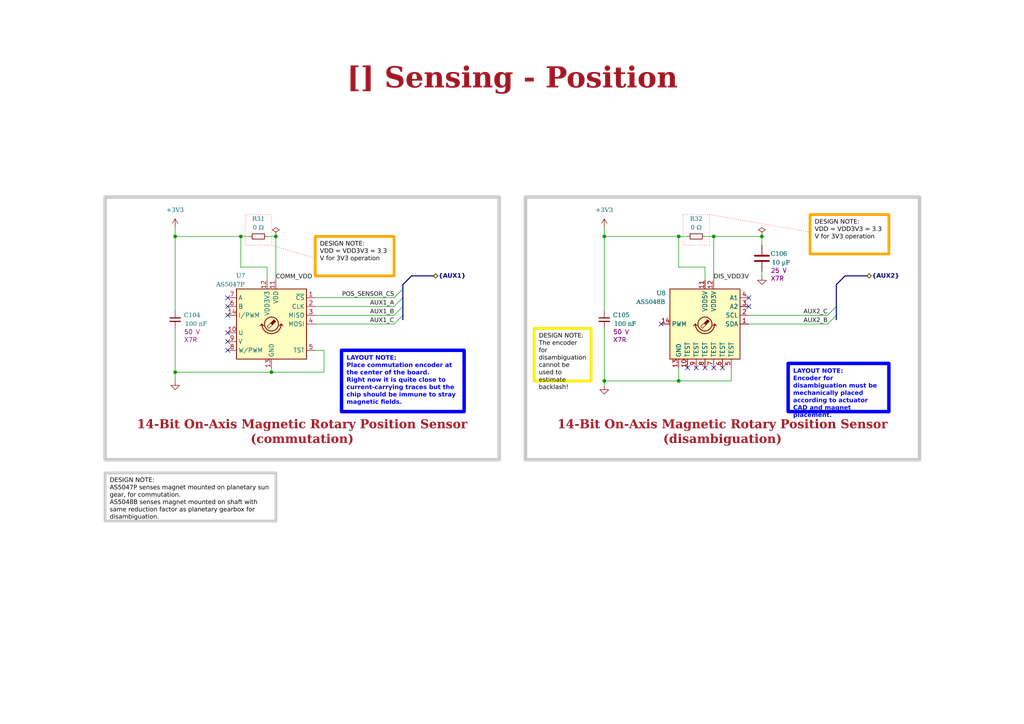
<source format=kicad_sch>
(kicad_sch (version 20231120) (generator "eeschema") (generator_version "8.0")
  (paper "A4")
  (title_block (title "Sensing - Position") (date "2023-10-14") (rev "${REVISION}") (company "${COMPANY}"))
  (lib_symbols
    (symbol "0_sensor:AS5047P"
      (property "Reference" "U" (at -8.89 11.43 0))
      (property "Value" "AS5047P" (at 5.08 11.43 0))
      (symbol "AS5047P_1_1"
        (rectangle (start -10.16 10.16) (end 10.16 -10.16) (stroke (width 0.254)) (fill (type background)))
        (arc (start -2.794 0) (mid 0 -2.7819) (end 2.794 0) (stroke (width 0.254)))
        (polyline (pts (xy -2.794 0) (xy -3.302 -0.508)) (stroke (width 0.254)))
        (polyline (pts (xy -2.794 0) (xy -2.286 -0.508)) (stroke (width 0.254)))
        (polyline (pts (xy 2.794 0) (xy 2.286 -0.508)) (stroke (width 0.254)))
        (polyline (pts (xy 2.794 0) (xy 3.302 -0.508)) (stroke (width 0.254)))
        (polyline (pts (xy 0.254 0.254) (xy 1.27 -0.762) (xy 0.762 -1.27) (xy -0.254 -0.254)))
        (polyline (pts (xy -0.762 1.27) (xy 0.254 0.254) (xy -0.254 -0.254) (xy -1.27 0.762) (xy -1.016 1.016) (xy -0.762 1.27) (xy -0.635 1.143)) (fill (type outline)))
        (circle (center 0 0) (radius 2.032) (stroke (width 0.254)))
        (pin input line (at -12.7 7.62 0) (length 2.54) (name "~{CS}") (number "1"))
        (pin output line (at 12.7 -2.54 180) (length 2.54) (name "U") (number "10"))
        (pin power_in line (at -1.27 12.7 270) (length 2.54) (name "VDD") (number "11"))
        (pin power_out line (at 1.27 12.7 270) (length 2.54) (name "VDD3V3") (number "12"))
        (pin power_in line (at 0 -12.7 90) (length 2.54) (name "GND") (number "13"))
        (pin output line (at 12.7 2.54 180) (length 2.54) (name "I/PWM") (number "14"))
        (pin input line (at -12.7 5.08 0) (length 2.54) (name "CLK") (number "2"))
        (pin output line (at -12.7 2.54 0) (length 2.54) (name "MISO") (number "3"))
        (pin input line (at -12.7 0 0) (length 2.54) (name "MOSI") (number "4"))
        (pin input line (at -12.7 -7.62 0) (length 2.54) (name "TST") (number "5"))
        (pin output line (at 12.7 5.08 180) (length 2.54) (name "B") (number "6"))
        (pin output line (at 12.7 7.62 180) (length 2.54) (name "A") (number "7"))
        (pin output line (at 12.7 -7.62 180) (length 2.54) (name "W/PWM") (number "8"))
        (pin output line (at 12.7 -5.08 180) (length 2.54) (name "V") (number "9"))
      )
    )
    (symbol "Device:C" (pin_numbers hide) (pin_names (offset 0.254))
      (property "Reference" "C" (at 0.635 2.54 0))
      (property "Value" "C" (at 0.635 -2.54 0))
      (symbol "C_0_1"
        (polyline (pts (xy -2.032 -0.762) (xy 2.032 -0.762)) (stroke (width 0.508)))
        (polyline (pts (xy -2.032 0.762) (xy 2.032 0.762)) (stroke (width 0.508)))
      )
      (symbol "C_1_1"
        (pin passive line (at 0 3.81 270) (length 2.794) (name "~") (number "1"))
        (pin passive line (at 0 -3.81 90) (length 2.794) (name "~") (number "2"))
      )
    )
    (symbol "Device:C_Small" (pin_numbers hide) (pin_names (offset 0.254) hide)
      (property "Reference" "C" (at 0.254 1.778 0))
      (property "Value" "C_Small" (at 0.254 -2.032 0))
      (symbol "C_Small_0_1"
        (polyline (pts (xy -1.524 -0.508) (xy 1.524 -0.508)) (stroke (width 0.3302)))
        (polyline (pts (xy -1.524 0.508) (xy 1.524 0.508)) (stroke (width 0.3048)))
      )
      (symbol "C_Small_1_1"
        (pin passive line (at 0 2.54 270) (length 2.032) (name "~") (number "1"))
        (pin passive line (at 0 -2.54 90) (length 2.032) (name "~") (number "2"))
      )
    )
    (symbol "Device:R_Small" (pin_numbers hide) (pin_names (offset 0.254) hide)
      (property "Reference" "R" (at 0.762 0.508 0))
      (property "Value" "R_Small" (at 0.762 -1.016 0))
      (symbol "R_Small_0_1"
        (rectangle (start -0.762 1.778) (end 0.762 -1.778) (stroke (width 0.2032)))
      )
      (symbol "R_Small_1_1"
        (pin passive line (at 0 2.54 270) (length 0.762) (name "~") (number "1"))
        (pin passive line (at 0 -2.54 90) (length 0.762) (name "~") (number "2"))
      )
    )
    (symbol "Sensor_Magnetic:AS5048B"
      (property "Reference" "U" (at -10.16 11.43 0))
      (property "Value" "AS5048B" (at 10.16 11.43 0))
      (symbol "AS5048B_0_1"
        (rectangle (start -10.16 10.16) (end 10.16 -10.16) (stroke (width 0.254)) (fill (type background)))
        (arc (start -2.794 0) (mid 0 -2.7819) (end 2.794 0) (stroke (width 0.254)))
        (polyline (pts (xy -2.794 0) (xy -3.302 -0.508)) (stroke (width 0.254)))
        (polyline (pts (xy -2.794 0) (xy -2.286 -0.508)) (stroke (width 0.254)))
        (polyline (pts (xy 2.794 0) (xy 2.286 -0.508)) (stroke (width 0.254)))
        (polyline (pts (xy 2.794 0) (xy 3.302 -0.508)) (stroke (width 0.254)))
      )
      (symbol "AS5048B_1_1"
        (polyline (pts (xy 0.254 0.254) (xy 1.27 -0.762) (xy 0.762 -1.27) (xy -0.254 -0.254)))
        (polyline (pts (xy -0.762 1.27) (xy 0.254 0.254) (xy -0.254 -0.254) (xy -1.27 0.762) (xy -1.016 1.016) (xy -0.762 1.27) (xy -0.635 1.143)) (fill (type outline)))
        (circle (center 0 0) (radius 2.032) (stroke (width 0.254)))
        (pin bidirectional line (at -12.7 0 0) (length 2.54) (name "SDA") (number "1"))
        (pin passive line (at 5.08 -12.7 90) (length 2.54) (name "TEST") (number "10"))
        (pin power_in line (at 0 12.7 270) (length 2.54) (name "VDD5V") (number "11"))
        (pin power_in line (at -2.54 12.7 270) (length 2.54) (name "VDD3V") (number "12"))
        (pin power_in line (at 7.62 -12.7 90) (length 2.54) (name "GND") (number "13"))
        (pin output line (at 12.7 0 180) (length 2.54) (name "PWM") (number "14"))
        (pin input line (at -12.7 2.54 0) (length 2.54) (name "SCL") (number "2"))
        (pin input line (at -12.7 5.08 0) (length 2.54) (name "A2") (number "3"))
        (pin input line (at -12.7 7.62 0) (length 2.54) (name "A1") (number "4"))
        (pin passive line (at -7.62 -12.7 90) (length 2.54) (name "TEST") (number "5"))
        (pin passive line (at -5.08 -12.7 90) (length 2.54) (name "TEST") (number "6"))
        (pin passive line (at -2.54 -12.7 90) (length 2.54) (name "TEST") (number "7"))
        (pin passive line (at 0 -12.7 90) (length 2.54) (name "TEST") (number "8"))
        (pin passive line (at 2.54 -12.7 90) (length 2.54) (name "TEST") (number "9"))
      )
    )
    (symbol "power:+3V3" (power) (pin_names (offset 0))
      (property "Value" "+3V3" (at 0 3.556 0))
      (symbol "+3V3_0_1"
        (polyline (pts (xy -0.762 1.27) (xy 0 2.54)))
        (polyline (pts (xy 0 0) (xy 0 2.54)))
        (polyline (pts (xy 0 2.54) (xy 0.762 1.27)))
      )
      (symbol "+3V3_1_1"
        (pin power_in line (at 0 0 90) (length 0) hide (name "+3V3") (number "1"))
      )
    )
    (symbol "power:GND" (power) (pin_names (offset 0))
      (property "Value" "GND" (at 0 -3.81 0))
      (symbol "GND_0_1"
        (polyline (pts (xy 0 0) (xy 0 -1.27) (xy 1.27 -1.27) (xy 0 -2.54) (xy -1.27 -1.27) (xy 0 -1.27)))
      )
      (symbol "GND_1_1"
        (pin power_in line (at 0 0 270) (length 0) hide (name "GND") (number "1"))
      )
    )
    (symbol "power:PWR_FLAG" (power) (pin_numbers hide) (pin_names (offset 0) hide)
      (property "Value" "PWR_FLAG" (at 0 3.81 0))
      (symbol "PWR_FLAG_0_0"
        (pin power_out line (at 0 0 90) (length 0) (name "pwr") (number "1"))
      )
      (symbol "PWR_FLAG_0_1"
        (polyline (pts (xy 0 0) (xy 0 1.27) (xy -1.016 1.905) (xy 0 2.54) (xy 1.016 1.905) (xy 0 1.27)))
      )
    )
  )
  (junction (at 207.01 68.58))
  (junction (at 175.26 110.49))
  (junction (at 175.26 68.58))
  (junction (at 69.85 68.58))
  (junction (at 196.85 110.49))
  (junction (at 50.8 107.95))
  (junction (at 220.98 68.58))
  (junction (at 196.85 68.58))
  (junction (at 80.01 68.58))
  (junction (at 50.8 68.58))
  (junction (at 78.74 107.95))
  (no_connect (at 66.04 101.6))
  (no_connect (at 66.04 86.36))
  (no_connect (at 199.39 106.68))
  (no_connect (at 204.47 106.68))
  (no_connect (at 201.93 106.68))
  (no_connect (at 66.04 96.52))
  (no_connect (at 209.55 106.68))
  (no_connect (at 217.17 86.36))
  (no_connect (at 191.77 93.98))
  (no_connect (at 207.01 106.68))
  (no_connect (at 66.04 99.06))
  (no_connect (at 217.17 88.9))
  (no_connect (at 66.04 88.9))
  (no_connect (at 66.04 91.44))
  (bus_entry (at 114.3 91.44) (size 2.54 -2.54))
  (bus_entry (at 114.3 86.36) (size 2.54 -2.54))
  (bus_entry (at 240.03 91.44) (size 2.54 -2.54))
  (bus_entry (at 240.03 93.98) (size 2.54 -2.54))
  (bus_entry (at 114.3 93.98) (size 2.54 -2.54))
  (bus_entry (at 114.3 88.9) (size 2.54 -2.54))
  (wire (pts (xy 196.85 77.47) (xy 204.47 77.47)))
  (wire (pts (xy 69.85 68.58) (xy 72.39 68.58)))
  (wire (pts (xy 91.44 86.36) (xy 114.3 86.36)))
  (wire (pts (xy 220.98 68.58) (xy 207.01 68.58)))
  (wire (pts (xy 220.98 80.01) (xy 220.98 78.74)))
  (bus (pts (xy 116.84 83.82) (xy 116.84 86.36)))
  (wire (pts (xy 204.47 68.58) (xy 207.01 68.58)))
  (wire (pts (xy 196.85 110.49) (xy 212.09 110.49)))
  (wire (pts (xy 207.01 68.58) (xy 207.01 81.28)))
  (bus (pts (xy 245.11 80.01) (xy 242.57 82.55)))
  (bus (pts (xy 119.38 80.01) (xy 125.73 80.01)))
  (wire (pts (xy 196.85 68.58) (xy 199.39 68.58)))
  (wire (pts (xy 91.44 88.9) (xy 114.3 88.9)))
  (wire (pts (xy 50.8 107.95) (xy 50.8 95.25)))
  (bus (pts (xy 119.38 80.01) (xy 116.84 82.55)))
  (wire (pts (xy 93.98 107.95) (xy 93.98 101.6)))
  (wire (pts (xy 175.26 95.25) (xy 175.26 110.49)))
  (wire (pts (xy 91.44 91.44) (xy 114.3 91.44)))
  (bus (pts (xy 116.84 82.55) (xy 116.84 83.82)))
  (wire (pts (xy 212.09 110.49) (xy 212.09 106.68)))
  (wire (pts (xy 175.26 110.49) (xy 175.26 111.76)))
  (bus (pts (xy 245.11 80.01) (xy 251.46 80.01)))
  (wire (pts (xy 69.85 77.47) (xy 77.47 77.47)))
  (bus (pts (xy 242.57 82.55) (xy 242.57 88.9)))
  (bus (pts (xy 116.84 86.36) (xy 116.84 88.9)))
  (wire (pts (xy 217.17 93.98) (xy 240.03 93.98)))
  (wire (pts (xy 217.17 91.44) (xy 240.03 91.44)))
  (wire (pts (xy 77.47 68.58) (xy 80.01 68.58)))
  (wire (pts (xy 50.8 68.58) (xy 50.8 90.17)))
  (bus (pts (xy 116.84 88.9) (xy 116.84 91.44)))
  (polyline (pts (xy 234.95 67.31) (xy 205.74 62.23)) (stroke (width 0) (type dot) (color 255 0 0 1)))
  (wire (pts (xy 50.8 107.95) (xy 50.8 110.49)))
  (wire (pts (xy 175.26 110.49) (xy 196.85 110.49)))
  (wire (pts (xy 69.85 68.58) (xy 69.85 77.47)))
  (wire (pts (xy 196.85 110.49) (xy 196.85 106.68)))
  (wire (pts (xy 50.8 66.04) (xy 50.8 68.58)))
  (wire (pts (xy 175.26 66.04) (xy 175.26 68.58)))
  (bus (pts (xy 116.84 91.44) (xy 116.84 92.71)))
  (bus (pts (xy 242.57 91.44) (xy 242.57 92.71)))
  (wire (pts (xy 78.74 107.95) (xy 78.74 106.68)))
  (bus (pts (xy 242.57 88.9) (xy 242.57 91.44)))
  (wire (pts (xy 50.8 107.95) (xy 78.74 107.95)))
  (wire (pts (xy 91.44 93.98) (xy 114.3 93.98)))
  (wire (pts (xy 50.8 68.58) (xy 69.85 68.58)))
  (wire (pts (xy 77.47 77.47) (xy 77.47 81.28)))
  (wire (pts (xy 175.26 68.58) (xy 196.85 68.58)))
  (wire (pts (xy 220.98 71.12) (xy 220.98 68.58)))
  (wire (pts (xy 175.26 68.58) (xy 175.26 90.17)))
  (wire (pts (xy 196.85 68.58) (xy 196.85 77.47)))
  (wire (pts (xy 204.47 77.47) (xy 204.47 81.28)))
  (wire (pts (xy 78.74 107.95) (xy 93.98 107.95)))
  (polyline (pts (xy 91.44 74.93) (xy 78.74 71.12)) (stroke (width 0) (type dot) (color 255 0 0 1)))
  (wire (pts (xy 80.01 68.58) (xy 80.01 81.28)))
  (wire (pts (xy 93.98 101.6) (xy 91.44 101.6)))
  (rectangle (start 152.4 57.15) (end 266.7 133.35) (stroke (width 1) (color 200 200 200 1)))
  (rectangle (start 30.48 57.15) (end 144.78 133.35) (stroke (width 1) (color 200 200 200 1)))
  (rectangle (start 71.12 62.23) (end 78.74 71.12) (stroke (width 0) (type dot) (color 255 0 0 1)))
  (rectangle (start 198.12 62.23) (end 205.74 71.12) (stroke (width 0) (type dot) (color 255 0 0 1)))
  (text_box "DESIGN NOTE:\nVDD = VDD3V3 = 3.3 V for 3V3 operation" (at 234.95 62.23 0) (size 22.86 11.43) (stroke (width 0.8) (color 255 165 0 1)) (effects (font (size 1.27 1.27)) (justify left top)))
  (text_box "DESIGN NOTE:\nThe encoder for disambiguation cannot be used to estimate backlash!" (at 154.94 95.25 0) (size 16.51 15.24) (stroke (width 0.8) (color 250 236 0 1)) (effects (font (size 1.27 1.27)) (justify left top)))
  (text_box "14-Bit On-Axis Magnetic Rotary Position Sensor (disambiguation)" (at 153.67 121.92 0) (size 111.76 8.89) (stroke (width -0.0001)) (effects (font (size 2.54 2.54) (thickness 0.508) (bold yes)) (justify bottom)))
  (text_box "[${#}] ${TITLE}" (at 80.01 16.51 0) (size 137.16 12.7) (stroke (width -0.0001)) (effects (font (size 6 6) (thickness 1.2) (bold yes))))
  (text_box "DESIGN NOTE:\nVDD = VDD3V3 = 3.3 V for 3V3 operation" (at 91.44 68.58 0) (size 22.86 11.43) (stroke (width 0.8) (color 255 165 0 1)) (effects (font (size 1.27 1.27)) (justify left top)))
  (text_box "LAYOUT NOTE:\nPlace commutation encoder at the center of the board. \nRight now it is quite close to current-carrying traces but the chip should be immune to stray magnetic fields." (at 99.06 101.6 0) (size 35.56 17.78) (stroke (width 1) (color 0 0 255 1)) (effects (font (size 1.27 1.27) (thickness 0.4) (bold yes)) (justify left top)))
  (text_box "DESIGN NOTE:\nAS5047P senses magnet mounted on planetary sun gear, for commutation.\nAS5048B senses magnet mounted on shaft with same reduction factor as planetary gearbox for disambiguation." (at 30.48 137.16 0) (size 49.53 13.97) (stroke (width 0.8) (color 200 200 200 1)) (effects (font (size 1.27 1.27)) (justify left top)))
  (text_box "14-Bit On-Axis Magnetic Rotary Position Sensor (commutation)" (at 31.75 120.65 0) (size 111.76 10.16) (stroke (width -0.0001)) (effects (font (size 2.54 2.54) (thickness 0.508) (bold yes)) (justify bottom)))
  (text_box "LAYOUT NOTE:\nEncoder for disambiguation must be mechanically placed according to actuator CAD and magnet placement. " (at 228.6 105.41 0) (size 29.21 13.97) (stroke (width 1) (color 0 0 255 1)) (effects (font (size 1.27 1.27) (thickness 0.4) (bold yes)) (justify left top)))
  (label "AUX2_C" (at 240.03 91.44 180))
  (label "AUX1_C" (at 114.3 93.98 180))
  (label "AUX2_B" (at 240.03 93.98 180))
  (label "AUX1_A" (at 114.3 88.9 180))
  (label "POS_SENSOR_CS" (at 114.3 86.36 180))
  (label "COMM_VDD" (at 80.01 81.28 0))
  (label "AUX1_B" (at 114.3 91.44 180))
  (label "DIS_VDD3V" (at 207.01 81.28 0))
  (hierarchical_label "{AUX1}" (shape bidirectional) (at 125.73 80.01 0) (effects (font (bold yes))))
  (hierarchical_label "{AUX2}" (shape bidirectional) (at 251.46 80.01 0) (effects (font (bold yes))))
  (symbol (lib_id "Device:C_Small") (at 50.8 92.71 0) (unit 1)
    (property "Reference" "C104" (at 53.34 91.4463 0) (effects (justify left)))
    (property "Value" "100 nF" (at 53.34 93.9863 0) (effects (justify left)))
    (property "Footprint" "0_capacitor_smd:C_0402_1005_DensityHigh" (effects (hide yes)))
    (property "Datasheet" "https://search.murata.co.jp/Ceramy/image/img/A01X/G101/ENG/GCM155R71H104KE02-01.pdf" (effects (hide yes)))
    (property "Description" "0.1 µF ±10% 50V Ceramic Capacitor X7R 0402 (1005 Metric)" (effects (hide yes)))
    (property "Supplier 1" "Digikey" (effects (hide yes)))
    (property "Supplier Part Number 1" "490-14514-1-ND" (effects (hide yes)))
    (property "manf" "Murata Electronics" (effects (hide yes)))
    (property "manf#" "GCM155R71H104KE02J" (effects (hide yes)))
    (property "Manufacturer" "Murata Electronics" (effects (hide yes)))
    (property "Manufacturer Part Number" "GCM155R71H104KE02J" (effects (hide yes)))
    (property "voltage" "50 V" (at 53.34 96.2723 0) (effects (justify left)))
    (property "temp_coef" "X7R" (at 53.34 98.5583 0) (effects (justify left)))
  )
  (symbol (lib_id "Device:R_Small") (at 74.93 68.58 90) (unit 1)
    (property "Reference" "R31" (at 74.93 63.5 90))
    (property "Value" "0 Ω" (at 74.93 66.04 90))
    (property "Footprint" "0_resistor_smd:R_0402_1005_DensityHigh" (effects (hide yes)))
    (property "Datasheet" "https://industrial.panasonic.com/ww/products/pt/general-purpose-chip-resistors/models/ERJ2GE0R00X" (effects (hide yes)))
    (property "Description" "0 Ohms Jumper Chip Resistor 0402 (1005 Metric) Automotive AEC-Q200 Thick Film" (effects (hide yes)))
    (property "Supplier 1" "Digikey" (effects (hide yes)))
    (property "Supplier Part Number 1" "P0.0JCT-ND" (effects (hide yes)))
    (property "manf" "Panasonic Electronic Components" (effects (hide yes)))
    (property "manf#" "ERJ-2GE0R00X" (effects (hide yes)))
    (property "Manufacturer" "Panasonic Electronic Components" (effects (hide yes)))
    (property "Manufacturer Part Number" "ERJ-2GE0R00X" (effects (hide yes)))
  )
  (symbol (lib_id "Device:C") (at 220.98 74.93 0) (unit 1)
    (property "Reference" "C106" (at 223.52 73.66 0) (effects (justify left)))
    (property "Value" "10 µF" (at 223.52 76.2 0) (effects (justify left)))
    (property "Footprint" "0_capacitor_smd:C_0805_2012_DensityHighest" (effects (hide yes)))
    (property "Datasheet" "https://search.murata.co.jp/Ceramy/image/img/A01X/G101/ENG/GRM21BZ71E106KE15-01.pdf" (effects (hide yes)))
    (property "Description" "10 µF ±10% 25V Ceramic Capacitor X7R 0805 (2012 Metric)" (effects (hide yes)))
    (property "Supplier 1" "Digikey" (effects (hide yes)))
    (property "Supplier Part Number 1" "490-GRM21BZ71E106KE15LCT-ND" (effects (hide yes)))
    (property "manf" "Murata Electronics" (effects (hide yes)))
    (property "manf#" "GRM21BZ71E106KE15L" (effects (hide yes)))
    (property "Manufacturer" "Murata Electronics" (effects (hide yes)))
    (property "Manufacturer Part Number" "GRM21BZ71E106KE15L" (effects (hide yes)))
    (property "voltage" "25 V" (at 223.52 78.486 0) (effects (justify left)))
    (property "temp_coef" "X7R" (at 223.52 80.772 0) (effects (justify left)))
  )
  (symbol (lib_id "power:+3V3") (at 50.8 66.04 0) (unit 1)
    (property "Reference" "#PWR047" (effects (hide yes)))
    (property "Value" "+3V3" (at 50.8 60.96 0))
  )
  (symbol (lib_id "power:PWR_FLAG") (at 220.98 68.58 0) (unit 1)
    (property "Reference" "#FLG010" (effects (hide yes)))
    (property "Value" "PWR_FLAG" (effects (hide yes)))
  )
  (symbol (lib_id "power:GND") (at 50.8 110.49 0) (unit 1)
    (property "Reference" "#PWR048" (effects (hide yes)))
    (property "Value" "GND" (effects (hide yes)))
  )
  (symbol (lib_id "0_sensor:AS5047P") (at 78.74 93.98 0) (mirror y) (unit 1)
    (property "Reference" "U7" (at 71.12 80.01 0) (effects (justify left)))
    (property "Value" "AS5047P" (at 71.12 82.55 0) (effects (justify left)))
    (property "Footprint" "0_package_SO:SOP-14_4.4x5mm_P0.65mm_H1.2mm" (effects (hide yes)))
    (property "Datasheet" "https://ams.com/documents/20143/36005/AS5047P_DS000324_3-00.pdf" (effects (hide yes)))
    (property "Description" "14-Bit On-Axis Magnetic Rotary Position Sensor with 12-Bit Decimal and Binary Incremental Pulse Count for 28krpm High Speed Capability" (effects (hide yes)))
    (property "Supplier 1" "Digikey" (effects (hide yes)))
    (property "Supplier Part Number 1" "AS5047P-ATSMCT-ND" (effects (hide yes)))
    (property "manf" "ams-OSRAM USA INC." (effects (hide yes)))
    (property "manf#" "AS5047P-ATSM" (effects (hide yes)))
    (property "Manufacturer" "ams-OSRAM USA INC." (effects (hide yes)))
    (property "Manufacturer Part Number" "AS5047P-ATSM" (effects (hide yes)))
  )
  (symbol (lib_id "power:GND") (at 175.26 111.76 0) (unit 1)
    (property "Reference" "#PWR050" (effects (hide yes)))
    (property "Value" "GND" (effects (hide yes)))
  )
  (symbol (lib_id "Sensor_Magnetic:AS5048B") (at 204.47 93.98 0) (mirror y) (unit 1)
    (property "Reference" "U8" (at 193.04 85.09 0) (effects (justify left)))
    (property "Value" "AS5048B" (at 193.04 87.63 0) (effects (justify left)))
    (property "Footprint" "0_package_SO:SOP-14_4.4x5mm_P0.65mm_H1.2mm" (effects (hide yes)))
    (property "Datasheet" "https://ams.com/documents/20143/36005/AS5048_DS000298_4-00.pdf" (effects (hide yes)))
    (property "Description" "14-bit Magnetic Rotary Encoder, I2C Interface" (effects (hide yes)))
    (property "Supplier 1" "Digikey" (effects (hide yes)))
    (property "Supplier Part Number 1" "AS5048B-HTSP-500CT-ND" (effects (hide yes)))
    (property "manf" "ams-OSRAM USA INC." (effects (hide yes)))
    (property "manf#" "AS5048B-HTSP-500" (effects (hide yes)))
    (property "Manufacturer" "ams-OSRAM USA INC." (effects (hide yes)))
    (property "Manufacturer Part Number" "AS5048B-HTSP-500" (effects (hide yes)))
  )
  (symbol (lib_id "Device:R_Small") (at 201.93 68.58 90) (unit 1)
    (property "Reference" "R32" (at 201.93 63.5 90))
    (property "Value" "0 Ω" (at 201.93 66.04 90))
    (property "Footprint" "0_resistor_smd:R_0402_1005_DensityHigh" (effects (hide yes)))
    (property "Datasheet" "https://industrial.panasonic.com/ww/products/pt/general-purpose-chip-resistors/models/ERJ2GE0R00X" (effects (hide yes)))
    (property "Description" "0 Ohms Jumper Chip Resistor 0402 (1005 Metric) Automotive AEC-Q200 Thick Film" (effects (hide yes)))
    (property "Supplier 1" "Digikey" (effects (hide yes)))
    (property "Supplier Part Number 1" "P0.0JCT-ND" (effects (hide yes)))
    (property "manf" "Panasonic Electronic Components" (effects (hide yes)))
    (property "manf#" "ERJ-2GE0R00X" (effects (hide yes)))
    (property "Manufacturer" "Panasonic Electronic Components" (effects (hide yes)))
    (property "Manufacturer Part Number" "ERJ-2GE0R00X" (effects (hide yes)))
  )
  (symbol (lib_id "power:+3V3") (at 175.26 66.04 0) (unit 1)
    (property "Reference" "#PWR049" (effects (hide yes)))
    (property "Value" "+3V3" (at 175.26 60.96 0))
  )
  (symbol (lib_id "power:GND") (at 220.98 80.01 0) (unit 1)
    (property "Reference" "#PWR051" (effects (hide yes)))
    (property "Value" "GND" (effects (hide yes)))
  )
  (symbol (lib_id "power:PWR_FLAG") (at 80.01 68.58 0) (unit 1)
    (property "Reference" "#FLG09" (effects (hide yes)))
    (property "Value" "PWR_FLAG" (effects (hide yes)))
  )
  (symbol (lib_id "Device:C_Small") (at 175.26 92.71 0) (unit 1)
    (property "Reference" "C105" (at 177.8 91.4463 0) (effects (justify left)))
    (property "Value" "100 nF" (at 177.8 93.9863 0) (effects (justify left)))
    (property "Footprint" "0_capacitor_smd:C_0402_1005_DensityHigh" (effects (hide yes)))
    (property "Datasheet" "https://search.murata.co.jp/Ceramy/image/img/A01X/G101/ENG/GCM155R71H104KE02-01.pdf" (effects (hide yes)))
    (property "Description" "0.1 µF ±10% 50V Ceramic Capacitor X7R 0402 (1005 Metric)" (effects (hide yes)))
    (property "Supplier 1" "Digikey" (effects (hide yes)))
    (property "Supplier Part Number 1" "490-14514-1-ND" (effects (hide yes)))
    (property "manf" "Murata Electronics" (effects (hide yes)))
    (property "manf#" "GCM155R71H104KE02J" (effects (hide yes)))
    (property "Manufacturer" "Murata Electronics" (effects (hide yes)))
    (property "Manufacturer Part Number" "GCM155R71H104KE02J" (effects (hide yes)))
    (property "voltage" "50 V" (at 177.8 96.2723 0) (effects (justify left)))
    (property "temp_coef" "X7R" (at 177.8 98.5583 0) (effects (justify left)))
  )
)
</source>
